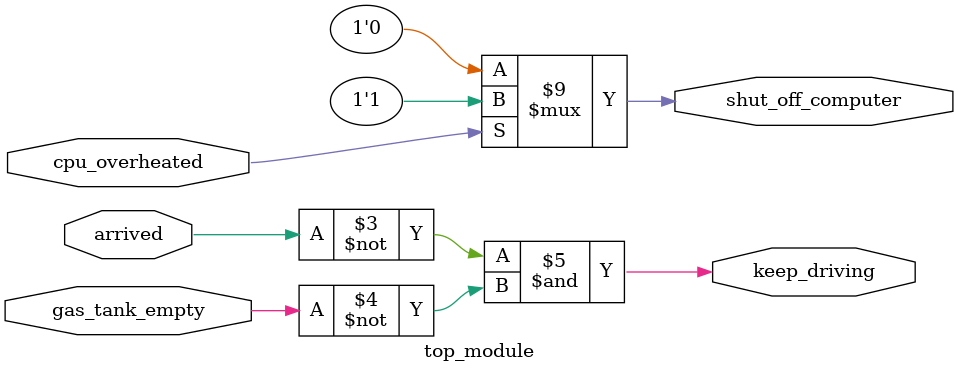
<source format=v>

module top_module (
    input      cpu_overheated,
    output reg shut_off_computer,
    input      arrived,
    input      gas_tank_empty,
    output reg keep_driving  ); //

    always @(*) begin
        if (cpu_overheated)
            shut_off_computer = 1;
        else
            shut_off_computer = 0;
    end

    always @(*) begin
        keep_driving = ~arrived & ~gas_tank_empty | arrived & 1'b0;
    end

endmodule

</source>
